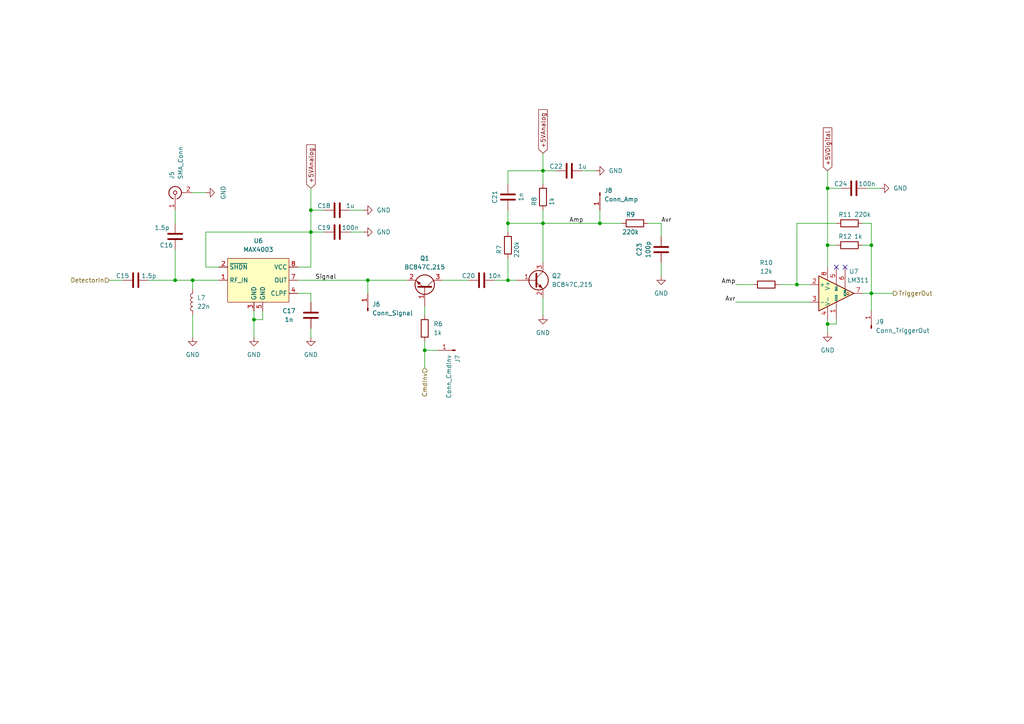
<source format=kicad_sch>
(kicad_sch (version 20211123) (generator eeschema)
  (paper "A4")
  (lib_symbols
    (symbol "Comparator:LM311" (pin_names (offset 0.127))
      (property "Reference" "U" (at 3.81 6.35 0))
      (property "Value" "LM311" (at 3.81 3.81 0))
      (symbol "LM311_0_1"
        (polyline (pts (xy 5.08 0) (xy -5.08 5.08) (xy -5.08 -5.08) (xy 5.08 0)) (stroke (width 0.254)) (fill (type background)))
        (polyline (pts (xy 3.683 -0.381) (xy 3.302 -0.381) (xy 3.683 0) (xy 3.302 0.381) (xy 2.921 0) (xy 3.302 -0.381) (xy 2.921 -0.381)) (stroke (width 0.127)))
      )
      (symbol "LM311_1_1"
        (pin passive line (at 0 -7.62 90) (length 5.08) (name "GND") (number "1"))
        (pin input line (at -7.62 2.54 0) (length 2.54) (name "+") (number "2"))
        (pin input line (at -7.62 -2.54 0) (length 2.54) (name "-") (number "3"))
        (pin power_in line (at -2.54 -7.62 90) (length 3.81) (name "V-") (number "4"))
        (pin input line (at 0 7.62 270) (length 5.08) (name "BAL") (number "5"))
        (pin input line (at 2.54 7.62 270) (length 6.35) (name "STRB") (number "6"))
        (pin open_collector line (at 7.62 0 180) (length 2.54) (name "~") (number "7"))
        (pin power_in line (at -2.54 7.62 270) (length 3.81) (name "V+") (number "8"))
      )
    )
    (symbol "Connector:Conn_01x01_Male" (pin_names (offset 1.016) hide)
      (property "Reference" "J" (at 0 2.54 0))
      (property "Value" "Conn_01x01_Male" (at 0 -2.54 0))
      (symbol "Conn_01x01_Male_1_1"
        (polyline (pts (xy 1.27 0) (xy 0.8636 0)) (stroke (width 0.1524)))
        (rectangle (start 0.8636 0.127) (end 0 -0.127) (stroke (width 0.1524)) (fill (type outline)))
        (pin passive line (at 5.08 0 180) (length 3.81) (name "Pin_1") (number "1"))
      )
    )
    (symbol "Connector:Conn_Coaxial" (pin_names (offset 1.016) hide)
      (property "Reference" "J" (at 0.254 3.048 0))
      (property "Value" "Conn_Coaxial" (at 2.921 0 90))
      (symbol "Conn_Coaxial_0_1"
        (arc (start -1.778 -0.508) (mid 0.222 -1.808) (end 1.778 0) (stroke (width 0.254)))
        (polyline (pts (xy -2.54 0) (xy -0.508 0)))
        (polyline (pts (xy 0 -2.54) (xy 0 -1.778)))
        (circle (center 0 0) (radius 0.508) (stroke (width 0.2032)))
        (arc (start 1.778 0) (mid 0.222 1.8083) (end -1.778 0.508) (stroke (width 0.254)))
      )
      (symbol "Conn_Coaxial_1_1"
        (pin passive line (at -5.08 0 0) (length 2.54) (name "In") (number "1"))
        (pin passive line (at 0 -5.08 90) (length 2.54) (name "Ext") (number "2"))
      )
    )
    (symbol "Device:C" (pin_numbers hide) (pin_names (offset 0.254))
      (property "Reference" "C" (at 0.635 2.54 0))
      (property "Value" "C" (at 0.635 -2.54 0))
      (symbol "C_0_1"
        (polyline (pts (xy -2.032 -0.762) (xy 2.032 -0.762)) (stroke (width 0.508)))
        (polyline (pts (xy -2.032 0.762) (xy 2.032 0.762)) (stroke (width 0.508)))
      )
      (symbol "C_1_1"
        (pin passive line (at 0 3.81 270) (length 2.794) (name "~") (number "1"))
        (pin passive line (at 0 -3.81 90) (length 2.794) (name "~") (number "2"))
      )
    )
    (symbol "Device:L" (pin_numbers hide) (pin_names (offset 1.016) hide)
      (property "Reference" "L" (at -1.27 0 90))
      (property "Value" "L" (at 1.905 0 90))
      (symbol "L_0_1"
        (arc (start 0 -2.54) (mid 0.635 -1.905) (end 0 -1.27))
        (arc (start 0 -1.27) (mid 0.635 -0.635) (end 0 0))
        (arc (start 0 0) (mid 0.635 0.635) (end 0 1.27))
        (arc (start 0 1.27) (mid 0.635 1.905) (end 0 2.54))
      )
      (symbol "L_1_1"
        (pin passive line (at 0 3.81 270) (length 1.27) (name "1") (number "1"))
        (pin passive line (at 0 -3.81 90) (length 1.27) (name "2") (number "2"))
      )
    )
    (symbol "Device:R" (pin_numbers hide) (pin_names (offset 0))
      (property "Reference" "R" (at 2.032 0 90))
      (property "Value" "R" (at 0 0 90))
      (symbol "R_0_1"
        (rectangle (start -1.016 -2.54) (end 1.016 2.54) (stroke (width 0.254)))
      )
      (symbol "R_1_1"
        (pin passive line (at 0 3.81 270) (length 1.27) (name "~") (number "1"))
        (pin passive line (at 0 -3.81 90) (length 1.27) (name "~") (number "2"))
      )
    )
    (symbol "ProjLib:MAX4003"
      (property "Reference" "U" (at -3.81 10.16 0))
      (property "Value" "MAX4003" (at 0 7.62 0))
      (symbol "MAX4003_0_1"
        (rectangle (start -8.89 6.35) (end 8.89 -6.35) (fill (type background)))
      )
      (symbol "MAX4003_1_1"
        (pin passive line (at -11.43 0 0) (length 2.54) (name "RF_IN") (number "1"))
        (pin passive line (at -11.43 3.81 0) (length 2.54) (name "~{SHDN}") (number "2"))
        (pin passive line (at -1.27 -8.89 90) (length 2.54) (name "GND") (number "3"))
        (pin passive line (at 11.43 -3.81 180) (length 2.54) (name "CLPF") (number "4"))
        (pin passive line (at 1.27 -8.89 90) (length 2.54) (name "GND") (number "5"))
        (pin no_connect line (at -3.81 -8.89 90) (length 2.54) hide (name "NC") (number "6"))
        (pin passive line (at 11.43 0 180) (length 2.54) (name "OUT") (number "7"))
        (pin passive line (at 11.43 3.81 180) (length 2.54) (name "VCC") (number "8"))
      )
    )
    (symbol "Transistor_BJT:BC847" (pin_names (offset 0) hide)
      (property "Reference" "Q" (at 5.08 1.905 0))
      (property "Value" "BC847" (at 5.08 0 0))
      (symbol "BC847_0_1"
        (polyline (pts (xy 0.635 0.635) (xy 2.54 2.54)))
        (polyline (pts (xy 0.635 -0.635) (xy 2.54 -2.54) (xy 2.54 -2.54)))
        (polyline (pts (xy 0.635 1.905) (xy 0.635 -1.905) (xy 0.635 -1.905)) (stroke (width 0.508)))
        (polyline (pts (xy 1.27 -1.778) (xy 1.778 -1.27) (xy 2.286 -2.286) (xy 1.27 -1.778) (xy 1.27 -1.778)) (fill (type outline)))
        (circle (center 1.27 0) (radius 2.8194) (stroke (width 0.254)))
      )
      (symbol "BC847_1_1"
        (pin input line (at -5.08 0 0) (length 5.715) (name "B") (number "1"))
        (pin passive line (at 2.54 -5.08 90) (length 2.54) (name "E") (number "2"))
        (pin passive line (at 2.54 5.08 270) (length 2.54) (name "C") (number "3"))
      )
    )
    (symbol "power:GND" (power) (pin_names (offset 0))
      (property "Value" "GND" (at 0 -3.81 0))
      (symbol "GND_0_1"
        (polyline (pts (xy 0 0) (xy 0 -1.27) (xy 1.27 -1.27) (xy 0 -2.54) (xy -1.27 -1.27) (xy 0 -1.27)))
      )
      (symbol "GND_1_1"
        (pin power_in line (at 0 0 270) (length 0) hide (name "GND") (number "1"))
      )
    )
  )
  (junction (at 147.32 81.28))
  (junction (at 173.99 64.77))
  (junction (at 147.32 64.77))
  (junction (at 157.48 49.53))
  (junction (at 106.68 81.28))
  (junction (at 240.03 71.12))
  (junction (at 240.03 93.98))
  (junction (at 73.66 92.71))
  (junction (at 252.73 71.12))
  (junction (at 231.14 82.55))
  (junction (at 90.17 60.96))
  (junction (at 55.88 81.28))
  (junction (at 50.8 81.28))
  (junction (at 157.48 64.77))
  (junction (at 90.17 67.31))
  (junction (at 240.03 54.61))
  (junction (at 123.19 101.6))
  (junction (at 252.73 85.09))
  (no_connect (at 242.57 77.47))
  (no_connect (at 245.11 77.47))
  (wire (pts (xy 55.88 81.28) (xy 63.5 81.28)))
  (wire (pts (xy 252.73 85.09) (xy 250.19 85.09)))
  (wire (pts (xy 242.57 64.77) (xy 231.14 64.77)))
  (wire (pts (xy 226.06 82.55) (xy 231.14 82.55)))
  (wire (pts (xy 90.17 54.61) (xy 90.17 60.96)))
  (wire (pts (xy 55.88 83.82) (xy 55.88 81.28)))
  (wire (pts (xy 90.17 85.09) (xy 90.17 87.63)))
  (wire (pts (xy 50.8 64.77) (xy 50.8 60.96)))
  (wire (pts (xy 128.27 81.28) (xy 135.89 81.28)))
  (wire (pts (xy 43.18 81.28) (xy 50.8 81.28)))
  (wire (pts (xy 157.48 49.53) (xy 147.32 49.53)))
  (wire (pts (xy 252.73 85.09) (xy 259.08 85.09)))
  (wire (pts (xy 252.73 71.12) (xy 252.73 85.09)))
  (wire (pts (xy 123.19 101.6) (xy 123.19 106.68)))
  (wire (pts (xy 90.17 67.31) (xy 93.98 67.31)))
  (wire (pts (xy 73.66 90.17) (xy 73.66 92.71)))
  (wire (pts (xy 76.2 90.17) (xy 76.2 92.71)))
  (wire (pts (xy 147.32 74.93) (xy 147.32 81.28)))
  (wire (pts (xy 252.73 64.77) (xy 252.73 71.12)))
  (wire (pts (xy 59.69 67.31) (xy 90.17 67.31)))
  (wire (pts (xy 252.73 85.09) (xy 252.73 90.17)))
  (wire (pts (xy 101.6 60.96) (xy 105.41 60.96)))
  (wire (pts (xy 101.6 67.31) (xy 105.41 67.31)))
  (wire (pts (xy 90.17 77.47) (xy 90.17 67.31)))
  (wire (pts (xy 63.5 77.47) (xy 59.69 77.47)))
  (wire (pts (xy 90.17 95.25) (xy 90.17 97.79)))
  (wire (pts (xy 173.99 64.77) (xy 180.34 64.77)))
  (wire (pts (xy 157.48 76.2) (xy 157.48 64.77)))
  (wire (pts (xy 147.32 49.53) (xy 147.32 53.34)))
  (wire (pts (xy 240.03 71.12) (xy 240.03 77.47)))
  (wire (pts (xy 240.03 93.98) (xy 240.03 96.52)))
  (wire (pts (xy 90.17 60.96) (xy 90.17 67.31)))
  (wire (pts (xy 106.68 81.28) (xy 118.11 81.28)))
  (wire (pts (xy 90.17 60.96) (xy 93.98 60.96)))
  (wire (pts (xy 168.91 49.53) (xy 172.72 49.53)))
  (wire (pts (xy 240.03 92.71) (xy 240.03 93.98)))
  (wire (pts (xy 147.32 60.96) (xy 147.32 64.77)))
  (wire (pts (xy 250.19 71.12) (xy 252.73 71.12)))
  (wire (pts (xy 147.32 64.77) (xy 147.32 67.31)))
  (wire (pts (xy 50.8 72.39) (xy 50.8 81.28)))
  (wire (pts (xy 86.36 85.09) (xy 90.17 85.09)))
  (wire (pts (xy 173.99 64.77) (xy 157.48 64.77)))
  (wire (pts (xy 143.51 81.28) (xy 147.32 81.28)))
  (wire (pts (xy 191.77 64.77) (xy 191.77 68.58)))
  (wire (pts (xy 86.36 81.28) (xy 106.68 81.28)))
  (wire (pts (xy 73.66 92.71) (xy 73.66 97.79)))
  (wire (pts (xy 59.69 77.47) (xy 59.69 67.31)))
  (wire (pts (xy 240.03 54.61) (xy 240.03 71.12)))
  (wire (pts (xy 157.48 44.45) (xy 157.48 49.53)))
  (wire (pts (xy 213.36 82.55) (xy 218.44 82.55)))
  (wire (pts (xy 240.03 54.61) (xy 243.84 54.61)))
  (wire (pts (xy 106.68 81.28) (xy 106.68 85.09)))
  (wire (pts (xy 31.75 81.28) (xy 35.56 81.28)))
  (wire (pts (xy 240.03 49.53) (xy 240.03 54.61)))
  (wire (pts (xy 231.14 64.77) (xy 231.14 82.55)))
  (wire (pts (xy 250.19 64.77) (xy 252.73 64.77)))
  (wire (pts (xy 240.03 71.12) (xy 242.57 71.12)))
  (wire (pts (xy 242.57 92.71) (xy 242.57 93.98)))
  (wire (pts (xy 123.19 88.9) (xy 123.19 91.44)))
  (wire (pts (xy 76.2 92.71) (xy 73.66 92.71)))
  (wire (pts (xy 86.36 77.47) (xy 90.17 77.47)))
  (wire (pts (xy 157.48 86.36) (xy 157.48 91.44)))
  (wire (pts (xy 242.57 93.98) (xy 240.03 93.98)))
  (wire (pts (xy 55.88 55.88) (xy 59.69 55.88)))
  (wire (pts (xy 173.99 60.96) (xy 173.99 64.77)))
  (wire (pts (xy 50.8 81.28) (xy 55.88 81.28)))
  (wire (pts (xy 231.14 82.55) (xy 234.95 82.55)))
  (wire (pts (xy 123.19 99.06) (xy 123.19 101.6)))
  (wire (pts (xy 157.48 49.53) (xy 161.29 49.53)))
  (wire (pts (xy 191.77 76.2) (xy 191.77 80.01)))
  (wire (pts (xy 187.96 64.77) (xy 191.77 64.77)))
  (wire (pts (xy 157.48 49.53) (xy 157.48 53.34)))
  (wire (pts (xy 213.36 87.63) (xy 234.95 87.63)))
  (wire (pts (xy 251.46 54.61) (xy 255.27 54.61)))
  (wire (pts (xy 147.32 81.28) (xy 149.86 81.28)))
  (wire (pts (xy 55.88 91.44) (xy 55.88 97.79)))
  (wire (pts (xy 157.48 64.77) (xy 147.32 64.77)))
  (wire (pts (xy 127 101.6) (xy 123.19 101.6)))
  (wire (pts (xy 157.48 60.96) (xy 157.48 64.77)))
  (label "Signal" (at 91.44 81.28 0))
  (label "Avr" (at 191.77 64.77 0))
  (label "Amp" (at 213.36 82.55 180))
  (label "Avr" (at 213.36 87.63 180))
  (label "Amp" (at 165.1 64.77 0))
  (global_label "+5VAnalog" (shape input) (at 90.17 54.61 90) (property "Intersheet References" "${INTERSHEET_REFS}" (effects hide)))
  (global_label "+5VAnalog" (shape input) (at 157.48 44.45 90) (property "Intersheet References" "${INTERSHEET_REFS}" (effects hide)))
  (global_label "+5VDigital" (shape input) (at 240.03 49.53 90) (property "Intersheet References" "${INTERSHEET_REFS}" (effects hide)))
  (hierarchical_label "DetectorIn" (shape input) (at 31.75 81.28 180))
  (hierarchical_label "CmdInv" (shape input) (at 123.19 106.68 270))
  (hierarchical_label "TriggerOut" (shape output) (at 259.08 85.09 0))
  (symbol (lib_id "Transistor_BJT:BC847") (at 154.94 81.28 0) (unit 1)
    (property "Reference" "Q2" (at 160.02 80.0099 0) (effects (justify left)))
    (property "Value" "BC847C,215" (at 160.02 82.5499 0) (effects (justify left)))
    (property "Footprint" "Package_TO_SOT_SMD:SOT-23" (effects hide))
    (property "Datasheet" "http://www.infineon.com/dgdl/Infineon-BC847SERIES_BC848SERIES_BC849SERIES_BC850SERIES-DS-v01_01-en.pdf?fileId=db3a304314dca389011541d4630a1657" (effects hide))
  )
  (symbol (lib_id "Connector:Conn_01x01_Male") (at 252.73 95.25 90) (unit 1) (in_bom no)
    (property "Reference" "J9" (at 254 93.3449 90) (effects (justify right)))
    (property "Value" "Conn_TriggerOut" (at 254 95.8849 90) (effects (justify right)))
    (property "Footprint" "ProjLib:Single_Pin" (effects hide))
  )
  (symbol (lib_id "power:GND") (at 105.41 67.31 90) (unit 1)
    (property "Reference" "#PWR038" (effects hide))
    (property "Value" "GND" (at 109.22 67.3099 90) (effects (justify right)))
  )
  (symbol (lib_id "Connector:Conn_Coaxial") (at 50.8 55.88 90) (unit 1)
    (property "Reference" "J5" (at 49.8231 52.07 0) (effects (justify left)))
    (property "Value" "SMA_Conn" (at 52.3631 52.07 0) (effects (justify left)))
    (property "Footprint" "Connector_Coaxial:SMA_Samtec_SMA-J-P-X-ST-EM1_EdgeMount" (effects hide))
    (property "Datasheet" " ~" (effects hide))
  )
  (symbol (lib_id "Device:R") (at 246.38 71.12 270) (unit 1)
    (property "Reference" "R12" (at 245.11 68.58 90))
    (property "Value" "1k" (at 248.92 68.58 90))
    (property "Footprint" "Resistor_SMD:R_0603_1608Metric" (effects hide))
  )
  (symbol (lib_id "Device:C") (at 247.65 54.61 270) (unit 1)
    (property "Reference" "C24" (at 243.84 53.34 90))
    (property "Value" "100n" (at 251.46 53.34 90))
    (property "Footprint" "Capacitor_SMD:C_0603_1608Metric" (effects hide))
  )
  (symbol (lib_id "Connector:Conn_01x01_Male") (at 106.68 90.17 90) (unit 1) (in_bom no)
    (property "Reference" "J6" (at 107.95 88.2649 90) (effects (justify right)))
    (property "Value" "Conn_Signal" (at 107.95 90.8049 90) (effects (justify right)))
    (property "Footprint" "ProjLib:Single_Pin" (effects hide))
  )
  (symbol (lib_id "Device:C") (at 147.32 57.15 0) (unit 1)
    (property "Reference" "C21" (at 143.51 57.15 90))
    (property "Value" "1n" (at 151.13 57.15 90))
    (property "Footprint" "Capacitor_SMD:C_0603_1608Metric" (effects hide))
  )
  (symbol (lib_id "power:GND") (at 55.88 97.79 0) (unit 1)
    (property "Reference" "#PWR033" (effects hide))
    (property "Value" "GND" (at 55.88 102.87 0))
  )
  (symbol (lib_id "power:GND") (at 105.41 60.96 90) (unit 1)
    (property "Reference" "#PWR037" (effects hide))
    (property "Value" "GND" (at 109.22 60.9599 90) (effects (justify right)))
  )
  (symbol (lib_id "Device:R") (at 157.48 57.15 0) (unit 1)
    (property "Reference" "R8" (at 154.94 58.42 90))
    (property "Value" "1k" (at 160.02 58.42 90))
    (property "Footprint" "Resistor_SMD:R_0603_1608Metric" (effects hide))
  )
  (symbol (lib_id "Device:L") (at 55.88 87.63 180) (unit 1)
    (property "Reference" "L7" (at 57.15 86.3599 0) (effects (justify right)))
    (property "Value" "22n" (at 57.15 88.8999 0) (effects (justify right)))
    (property "Footprint" "Inductor_SMD:L_0603_1608Metric" (effects hide))
  )
  (symbol (lib_id "Device:C") (at 97.79 60.96 270) (unit 1)
    (property "Reference" "C18" (at 93.98 59.69 90))
    (property "Value" "1u" (at 101.6 59.69 90))
    (property "Footprint" "Capacitor_SMD:C_0603_1608Metric" (effects hide))
  )
  (symbol (lib_id "Comparator:LM311") (at 242.57 85.09 0) (unit 1)
    (property "Reference" "U7" (at 247.65 78.74 0))
    (property "Value" "LM311" (at 248.92 81.28 0))
    (property "Footprint" "Package_SO:SOIC-8_3.9x4.9mm_P1.27mm" (effects hide))
    (property "Datasheet" "https://www.st.com/resource/en/datasheet/lm311.pdf" (effects hide))
  )
  (symbol (lib_id "Device:R") (at 147.32 71.12 0) (unit 1)
    (property "Reference" "R7" (at 144.78 72.39 90))
    (property "Value" "220k" (at 149.86 72.39 90))
    (property "Footprint" "Resistor_SMD:R_0603_1608Metric" (effects hide))
  )
  (symbol (lib_id "power:GND") (at 191.77 80.01 0) (unit 1)
    (property "Reference" "#PWR041" (effects hide))
    (property "Value" "GND" (at 191.77 85.09 0))
  )
  (symbol (lib_id "ProjLib:MAX4003") (at 74.93 81.28 0) (unit 1)
    (property "Reference" "U6" (at 74.93 69.85 0))
    (property "Value" "MAX4003" (at 74.93 72.39 0))
    (property "Footprint" "ProjLib:uMax-8" (effects hide))
    (property "Datasheet" "https://www.mouser.de/datasheet/2/256/MAX4003-1513803.pdf" (effects hide))
  )
  (symbol (lib_id "Device:C") (at 139.7 81.28 270) (unit 1)
    (property "Reference" "C20" (at 135.89 80.01 90))
    (property "Value" "10n" (at 143.51 80.01 90))
    (property "Footprint" "Capacitor_SMD:C_0603_1608Metric" (effects hide))
  )
  (symbol (lib_id "Device:R") (at 246.38 64.77 270) (unit 1)
    (property "Reference" "R11" (at 245.11 62.23 90))
    (property "Value" "220k" (at 250.19 62.23 90))
    (property "Footprint" "Resistor_SMD:R_0603_1608Metric" (effects hide))
  )
  (symbol (lib_id "Device:C") (at 97.79 67.31 270) (unit 1)
    (property "Reference" "C19" (at 93.98 66.04 90))
    (property "Value" "100n" (at 101.6 66.04 90))
    (property "Footprint" "Capacitor_SMD:C_0603_1608Metric" (effects hide))
  )
  (symbol (lib_id "Device:C") (at 50.8 68.58 0) (unit 1) (in_bom no)
    (property "Reference" "C16" (at 48.26 71.12 0))
    (property "Value" "1.5p" (at 46.99 66.04 0))
    (property "Footprint" "Capacitor_SMD:C_0603_1608Metric" (effects hide))
  )
  (symbol (lib_id "Device:R") (at 184.15 64.77 270) (unit 1)
    (property "Reference" "R9" (at 182.88 62.23 90))
    (property "Value" "220k" (at 182.88 67.31 90))
    (property "Footprint" "Resistor_SMD:R_0603_1608Metric" (effects hide))
  )
  (symbol (lib_id "Device:R") (at 123.19 95.25 180) (unit 1)
    (property "Reference" "R6" (at 125.73 93.9799 0) (effects (justify right)))
    (property "Value" "1k" (at 125.73 96.5199 0) (effects (justify right)))
    (property "Footprint" "Resistor_SMD:R_0603_1608Metric" (effects hide))
  )
  (symbol (lib_id "power:GND") (at 157.48 91.44 0) (unit 1)
    (property "Reference" "#PWR039" (effects hide))
    (property "Value" "GND" (at 157.48 96.52 0))
  )
  (symbol (lib_id "power:GND") (at 240.03 96.52 0) (unit 1)
    (property "Reference" "#PWR042" (effects hide))
    (property "Value" "GND" (at 240.03 101.6 0))
  )
  (symbol (lib_id "power:GND") (at 90.17 97.79 0) (unit 1)
    (property "Reference" "#PWR036" (effects hide))
    (property "Value" "GND" (at 90.17 102.87 0))
  )
  (symbol (lib_id "Connector:Conn_01x01_Male") (at 132.08 101.6 180) (unit 1) (in_bom no)
    (property "Reference" "J7" (at 132.7151 102.87 90) (effects (justify left)))
    (property "Value" "Conn_CmdInv" (at 130.1751 102.87 90) (effects (justify left)))
    (property "Footprint" "ProjLib:Single_Pin" (effects hide))
  )
  (symbol (lib_id "power:GND") (at 59.69 55.88 90) (unit 1)
    (property "Reference" "#PWR034" (effects hide))
    (property "Value" "GND" (at 64.77 55.88 0))
  )
  (symbol (lib_id "Transistor_BJT:BC847") (at 123.19 83.82 270) (mirror x) (unit 1)
    (property "Reference" "Q1" (at 123.19 74.93 90))
    (property "Value" "BC847C,215" (at 123.19 77.47 90))
    (property "Footprint" "Package_TO_SOT_SMD:SOT-23" (effects hide))
    (property "Datasheet" "http://www.infineon.com/dgdl/Infineon-BC847SERIES_BC848SERIES_BC849SERIES_BC850SERIES-DS-v01_01-en.pdf?fileId=db3a304314dca389011541d4630a1657" (effects hide))
  )
  (symbol (lib_id "Device:C") (at 165.1 49.53 270) (unit 1)
    (property "Reference" "C22" (at 161.29 48.26 90))
    (property "Value" "1u" (at 168.91 48.26 90))
    (property "Footprint" "Capacitor_SMD:C_0603_1608Metric" (effects hide))
  )
  (symbol (lib_id "power:GND") (at 172.72 49.53 90) (unit 1)
    (property "Reference" "#PWR040" (effects hide))
    (property "Value" "GND" (at 176.53 49.5299 90) (effects (justify right)))
  )
  (symbol (lib_id "Device:C") (at 39.37 81.28 270) (unit 1)
    (property "Reference" "C15" (at 35.56 80.01 90))
    (property "Value" "1.5p" (at 43.18 80.01 90))
    (property "Footprint" "Capacitor_SMD:C_0603_1608Metric" (effects hide))
  )
  (symbol (lib_id "Device:R") (at 222.25 82.55 270) (unit 1)
    (property "Reference" "R10" (at 222.25 76.2 90))
    (property "Value" "12k" (at 222.25 78.74 90))
    (property "Footprint" "Resistor_SMD:R_0603_1608Metric" (effects hide))
  )
  (symbol (lib_id "Connector:Conn_01x01_Male") (at 173.99 55.88 270) (unit 1) (in_bom no)
    (property "Reference" "J8" (at 175.26 55.2449 90) (effects (justify left)))
    (property "Value" "Conn_Amp" (at 175.26 57.7849 90) (effects (justify left)))
    (property "Footprint" "ProjLib:Single_Pin" (effects hide))
  )
  (symbol (lib_id "power:GND") (at 73.66 97.79 0) (unit 1)
    (property "Reference" "#PWR035" (effects hide))
    (property "Value" "GND" (at 73.66 102.87 0))
  )
  (symbol (lib_id "Device:C") (at 90.17 91.44 0) (unit 1)
    (property "Reference" "C17" (at 83.82 90.17 0))
    (property "Value" "1n" (at 83.82 92.71 0))
    (property "Footprint" "Capacitor_SMD:C_0603_1608Metric" (effects hide))
  )
  (symbol (lib_id "Device:C") (at 191.77 72.39 0) (unit 1)
    (property "Reference" "C23" (at 185.42 72.39 90))
    (property "Value" "100p" (at 187.96 72.39 90))
    (property "Footprint" "Capacitor_SMD:C_0603_1608Metric" (effects hide))
  )
  (symbol (lib_id "power:GND") (at 255.27 54.61 90) (unit 1)
    (property "Reference" "#PWR043" (effects hide))
    (property "Value" "GND" (at 259.08 54.6099 90) (effects (justify right)))
  )
)
</source>
